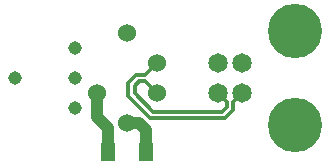
<source format=gbr>
G04 #@! TF.FileFunction,Copper,L1,Top,Signal*
%FSLAX46Y46*%
G04 Gerber Fmt 4.6, Leading zero omitted, Abs format (unit mm)*
G04 Created by KiCad (PCBNEW 4.0.7) date Thu May  3 20:42:55 2018*
%MOMM*%
%LPD*%
G01*
G04 APERTURE LIST*
%ADD10C,0.100000*%
%ADD11C,1.143000*%
%ADD12C,1.524000*%
%ADD13C,4.600000*%
%ADD14C,1.651000*%
%ADD15R,1.200000X1.600000*%
%ADD16C,0.304800*%
%ADD17C,1.016000*%
G04 APERTURE END LIST*
D10*
D11*
X134620000Y-104140000D03*
X134620000Y-99060000D03*
X134620000Y-101600000D03*
X129540000Y-101600000D03*
D12*
X139065000Y-105410000D03*
X141605000Y-102870000D03*
X141605000Y-100330000D03*
X139065000Y-97790000D03*
D13*
X153250000Y-105600000D03*
X153250000Y-97600000D03*
D14*
X146760000Y-100350000D03*
X148760000Y-100350000D03*
X146760000Y-102850000D03*
X148760000Y-102850000D03*
D15*
X137465000Y-107823000D03*
X140665000Y-107823000D03*
D12*
X136525000Y-102870000D03*
D16*
X146760000Y-102850000D02*
X147493301Y-103583301D01*
X147493301Y-103583301D02*
X147493301Y-104042899D01*
X147493301Y-104042899D02*
X147091400Y-104444800D01*
X147091400Y-104444800D02*
X141274800Y-104444800D01*
X141274800Y-104444800D02*
X139700000Y-102870000D01*
X139700000Y-102870000D02*
X139700000Y-102235000D01*
X139700000Y-102235000D02*
X140068301Y-101866699D01*
X140068301Y-101866699D02*
X140601699Y-101866699D01*
X140601699Y-101866699D02*
X141605000Y-102870000D01*
X148760000Y-102850000D02*
X148026699Y-103583301D01*
X148026699Y-103583301D02*
X148026699Y-104271501D01*
X148026699Y-104271501D02*
X147320000Y-104978200D01*
X147320000Y-104978200D02*
X141020800Y-104978200D01*
X141020800Y-104978200D02*
X139166600Y-103124000D01*
X139166600Y-103124000D02*
X139166600Y-102006400D01*
X139166600Y-102006400D02*
X139852400Y-101320600D01*
X139852400Y-101320600D02*
X140614400Y-101320600D01*
X140614400Y-101320600D02*
X141605000Y-100330000D01*
D17*
X137465000Y-105842000D02*
X137465000Y-107823000D01*
X136525000Y-102870000D02*
X136525000Y-104902000D01*
X136525000Y-104902000D02*
X137465000Y-105842000D01*
X139065000Y-105410000D02*
X140081000Y-105410000D01*
X140081000Y-105410000D02*
X140665000Y-105994000D01*
X140665000Y-105994000D02*
X140665000Y-107823000D01*
M02*

</source>
